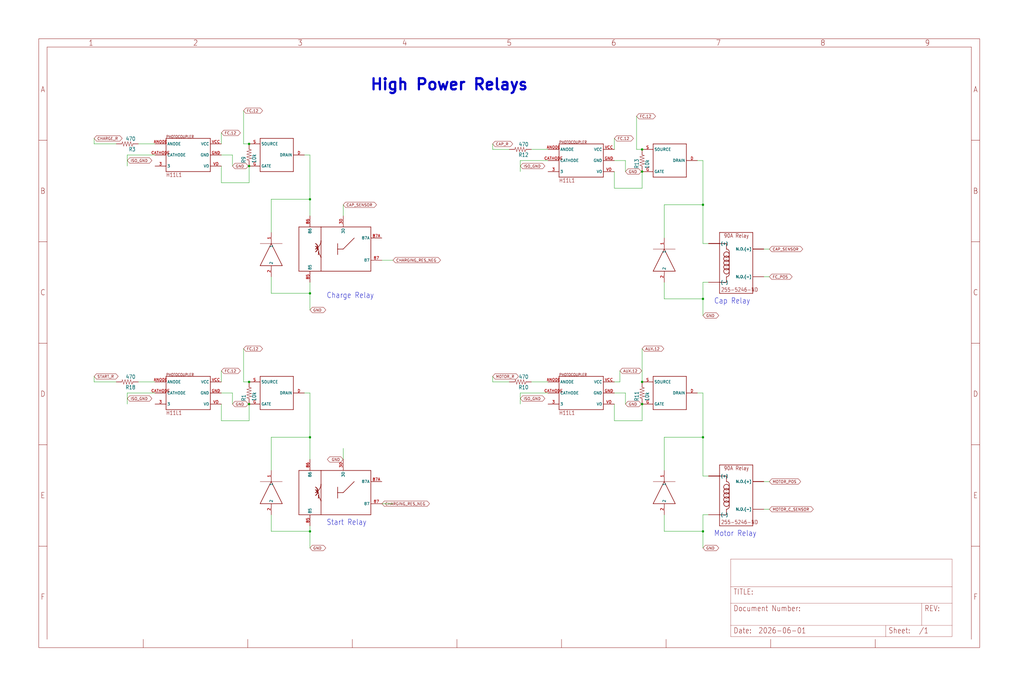
<source format=kicad_sch>
(kicad_sch (version 20230121) (generator eeschema)
  (paper "User" 469.9 317.5)
  (lib_symbols
    (symbol "Relay_Board_V3.6-eagle-import:255-5246-ND"
      (symbol "255-5246-ND_1_0"
        (arc (start -15.875 2.54) (mid -15.503 1.642) (end -14.605 1.27) (stroke (width 0.254)))
        (arc (start -15.875 4.445) (mid -15.503 3.547) (end -14.605 3.175) (stroke (width 0.254)))
        (arc (start -15.875 6.35) (mid -15.503 5.452) (end -14.605 5.08) (stroke (width 0.254)))
        (arc (start -15.875 8.255) (mid -15.503 7.357) (end -14.605 6.985) (stroke (width 0.254)))
        (arc (start -15.875 10.16) (mid -15.503 9.262) (end -14.605 8.89) (stroke (width 0.254)))
        (arc (start -14.605 0) (mid -13.707 0.372) (end -13.335 1.27) (stroke (width 0.254)))
        (arc (start -14.605 1.27) (mid -13.707 1.642) (end -13.335 2.54) (stroke (width 0.254)))
        (arc (start -14.605 3.175) (mid -13.707 3.547) (end -13.335 4.445) (stroke (width 0.254)))
        (arc (start -14.605 3.81) (mid -15.503 3.438) (end -15.875 2.54) (stroke (width 0.254)))
        (arc (start -14.605 5.08) (mid -13.707 5.452) (end -13.335 6.35) (stroke (width 0.254)))
        (arc (start -14.605 5.715) (mid -15.503 5.343) (end -15.875 4.445) (stroke (width 0.254)))
        (arc (start -14.605 6.985) (mid -13.707 7.357) (end -13.335 8.255) (stroke (width 0.254)))
        (arc (start -14.605 7.62) (mid -15.503 7.248) (end -15.875 6.35) (stroke (width 0.254)))
        (arc (start -14.605 8.89) (mid -13.707 9.262) (end -13.335 10.16) (stroke (width 0.254)))
        (arc (start -14.605 9.525) (mid -15.503 9.153) (end -15.875 8.255) (stroke (width 0.254)))
        (arc (start -14.605 11.43) (mid -15.503 11.058) (end -15.875 10.16) (stroke (width 0.254)))
        (arc (start -13.335 2.54) (mid -13.707 3.438) (end -14.605 3.81) (stroke (width 0.254)))
        (arc (start -13.335 4.445) (mid -13.707 5.343) (end -14.605 5.715) (stroke (width 0.254)))
        (arc (start -13.335 6.35) (mid -13.707 7.248) (end -14.605 7.62) (stroke (width 0.254)))
        (arc (start -13.335 8.255) (mid -13.707 9.153) (end -14.605 9.525) (stroke (width 0.254)))
        (arc (start -13.335 10.16) (mid -13.707 11.058) (end -14.605 11.43) (stroke (width 0.254)))
        (arc (start -13.335 11.43) (mid -13.707 12.328) (end -14.605 12.7) (stroke (width 0.254)))
        (polyline (pts (xy -17.78 -7.62) (xy -17.78 -2.54)) (stroke (width 0.254)))
        (polyline (pts (xy -17.78 -2.54) (xy -17.78 15.24)) (stroke (width 0.254)))
        (polyline (pts (xy -17.78 -2.54) (xy -14.605 -2.54)) (stroke (width 0.254)))
        (polyline (pts (xy -17.78 15.24) (xy -17.78 20.32)) (stroke (width 0.254)))
        (polyline (pts (xy -17.78 15.24) (xy -14.605 15.24)) (stroke (width 0.254)))
        (polyline (pts (xy -17.78 20.32) (xy -2.54 20.32)) (stroke (width 0.254)))
        (polyline (pts (xy -14.605 -2.54) (xy -14.605 0)) (stroke (width 0.254)))
        (polyline (pts (xy -14.605 15.24) (xy -14.605 12.7)) (stroke (width 0.254)))
        (polyline (pts (xy -13.335 1.27) (xy -13.335 2.54)) (stroke (width 0.254)))
        (polyline (pts (xy -13.335 2.54) (xy -13.335 4.445)) (stroke (width 0.254)))
        (polyline (pts (xy -13.335 4.445) (xy -13.335 6.35)) (stroke (width 0.254)))
        (polyline (pts (xy -13.335 6.35) (xy -13.335 8.255)) (stroke (width 0.254)))
        (polyline (pts (xy -13.335 8.255) (xy -13.335 10.16)) (stroke (width 0.254)))
        (polyline (pts (xy -13.335 10.16) (xy -13.335 11.43)) (stroke (width 0.254)))
        (polyline (pts (xy -2.54 -7.62) (xy -17.78 -7.62)) (stroke (width 0.254)))
        (polyline (pts (xy -2.54 20.32) (xy -2.54 -7.62)) (stroke (width 0.254)))
        (text "255-5246-ND" (at -17.145 -6.985 0) (effects (font (size 1.778 1.5113)) (justify left bottom)))
        (text "90A Relay" (at -15.875 17.78 0) (effects (font (size 1.778 1.5113)) (justify left bottom)))
        (pin bidirectional line (at -22.86 15.24 0) (length 5.08) (name "(+)") (number "(+)"))
        (pin bidirectional line (at -22.86 15.24 0) (length 5.08) (name "(+)") (number "(++)"))
        (pin bidirectional line (at -22.86 -2.54 0) (length 5.08) (name "(-)") (number "(-)"))
        (pin bidirectional line (at -22.86 -2.54 0) (length 5.08) (name "(-)") (number "(--)"))
        (pin bidirectional line (at 2.54 12.7 180) (length 5.08) (name "N.O.(+)") (number "NO(+)"))
        (pin bidirectional line (at 2.54 12.7 180) (length 5.08) (name "N.O.(+)") (number "NO(++)"))
        (pin bidirectional line (at 2.54 0 180) (length 5.08) (name "N.O.(-)") (number "NO(-)"))
        (pin bidirectional line (at 2.54 0 180) (length 5.08) (name "N.O.(-)") (number "NO(--)"))
      )
    )
    (symbol "Relay_Board_V3.6-eagle-import:DMP3056L-7DMP3056L-7"
      (symbol "DMP3056L-7DMP3056L-7_1_0"
        (polyline (pts (xy -7.62 -7.62) (xy 7.62 -7.62)) (stroke (width 0.254)))
        (polyline (pts (xy -7.62 7.62) (xy -7.62 -7.62)) (stroke (width 0.254)))
        (polyline (pts (xy 7.62 -7.62) (xy 7.62 7.62)) (stroke (width 0.254)))
        (polyline (pts (xy 7.62 7.62) (xy -7.62 7.62)) (stroke (width 0.254)))
        (pin bidirectional line (at -12.7 0 0) (length 5.08) (name "DRAIN") (number "D"))
        (pin bidirectional line (at 12.7 5.08 180) (length 5.08) (name "GATE") (number "G"))
        (pin bidirectional line (at 12.7 -5.08 180) (length 5.08) (name "SOURCE") (number "S"))
      )
    )
    (symbol "Relay_Board_V3.6-eagle-import:FRAME_B_L"
      (symbol "FRAME_B_L_1_0"
        (polyline (pts (xy 0 46.5667) (xy 3.81 46.5667)))
        (polyline (pts (xy 0 93.1333) (xy 3.81 93.1333)))
        (polyline (pts (xy 0 139.7) (xy 3.81 139.7)))
        (polyline (pts (xy 0 186.2667) (xy 3.81 186.2667)))
        (polyline (pts (xy 0 232.8333) (xy 3.81 232.8333)))
        (polyline (pts (xy 3.81 3.81) (xy 3.81 275.59)))
        (polyline (pts (xy 47.9778 0) (xy 47.9778 3.81)))
        (polyline (pts (xy 95.9556 0) (xy 95.9556 3.81)))
        (polyline (pts (xy 143.9333 0) (xy 143.9333 3.81)))
        (polyline (pts (xy 191.9111 0) (xy 191.9111 3.81)))
        (polyline (pts (xy 239.8889 0) (xy 239.8889 3.81)))
        (polyline (pts (xy 287.8667 0) (xy 287.8667 3.81)))
        (polyline (pts (xy 335.8444 0) (xy 335.8444 3.81)))
        (polyline (pts (xy 383.8222 0) (xy 383.8222 3.81)))
        (polyline (pts (xy 427.99 3.81) (xy 427.99 275.59)))
        (polyline (pts (xy 427.99 46.5667) (xy 431.8 46.5667)))
        (polyline (pts (xy 427.99 93.1333) (xy 431.8 93.1333)))
        (polyline (pts (xy 427.99 139.7) (xy 431.8 139.7)))
        (polyline (pts (xy 427.99 186.2667) (xy 431.8 186.2667)))
        (polyline (pts (xy 427.99 232.8333) (xy 431.8 232.8333)))
        (polyline (pts (xy 427.99 275.59) (xy 3.81 275.59)))
        (polyline (pts (xy 0 0) (xy 431.8 0) (xy 431.8 279.4) (xy 0 279.4) (xy 0 0)))
        (text "1" (at 23.9889 277.495 0) (effects (font (size 2.54 2.286))))
        (text "2" (at 71.9667 277.495 0) (effects (font (size 2.54 2.286))))
        (text "3" (at 119.9444 277.495 0) (effects (font (size 2.54 2.286))))
        (text "4" (at 167.9222 277.495 0) (effects (font (size 2.54 2.286))))
        (text "5" (at 215.9 277.495 0) (effects (font (size 2.54 2.286))))
        (text "6" (at 263.8778 277.495 0) (effects (font (size 2.54 2.286))))
        (text "7" (at 311.8556 277.495 0) (effects (font (size 2.54 2.286))))
        (text "8" (at 359.8333 277.495 0) (effects (font (size 2.54 2.286))))
        (text "9" (at 407.8111 277.495 0) (effects (font (size 2.54 2.286))))
        (text "A" (at 1.905 256.1167 0) (effects (font (size 2.54 2.286))))
        (text "A" (at 429.895 256.1167 0) (effects (font (size 2.54 2.286))))
        (text "B" (at 1.905 209.55 0) (effects (font (size 2.54 2.286))))
        (text "B" (at 429.895 209.55 0) (effects (font (size 2.54 2.286))))
        (text "C" (at 1.905 162.9833 0) (effects (font (size 2.54 2.286))))
        (text "C" (at 429.895 162.9833 0) (effects (font (size 2.54 2.286))))
        (text "D" (at 1.905 116.4167 0) (effects (font (size 2.54 2.286))))
        (text "D" (at 429.895 116.4167 0) (effects (font (size 2.54 2.286))))
        (text "E" (at 1.905 69.85 0) (effects (font (size 2.54 2.286))))
        (text "E" (at 429.895 69.85 0) (effects (font (size 2.54 2.286))))
        (text "F" (at 1.905 23.2833 0) (effects (font (size 2.54 2.286))))
        (text "F" (at 429.895 23.2833 0) (effects (font (size 2.54 2.286))))
      )
      (symbol "FRAME_B_L_2_0"
        (polyline (pts (xy 0 0) (xy 0 5.08)) (stroke (width 0.1016)))
        (polyline (pts (xy 0 0) (xy 71.12 0)) (stroke (width 0.1016)))
        (polyline (pts (xy 0 5.08) (xy 0 15.24)) (stroke (width 0.1016)))
        (polyline (pts (xy 0 5.08) (xy 71.12 5.08)) (stroke (width 0.1016)))
        (polyline (pts (xy 0 15.24) (xy 0 22.86)) (stroke (width 0.1016)))
        (polyline (pts (xy 0 22.86) (xy 0 35.56)) (stroke (width 0.1016)))
        (polyline (pts (xy 0 22.86) (xy 101.6 22.86)) (stroke (width 0.1016)))
        (polyline (pts (xy 71.12 0) (xy 101.6 0)) (stroke (width 0.1016)))
        (polyline (pts (xy 71.12 5.08) (xy 71.12 0)) (stroke (width 0.1016)))
        (polyline (pts (xy 71.12 5.08) (xy 87.63 5.08)) (stroke (width 0.1016)))
        (polyline (pts (xy 87.63 5.08) (xy 101.6 5.08)) (stroke (width 0.1016)))
        (polyline (pts (xy 87.63 15.24) (xy 0 15.24)) (stroke (width 0.1016)))
        (polyline (pts (xy 87.63 15.24) (xy 87.63 5.08)) (stroke (width 0.1016)))
        (polyline (pts (xy 101.6 5.08) (xy 101.6 0)) (stroke (width 0.1016)))
        (polyline (pts (xy 101.6 15.24) (xy 87.63 15.24)) (stroke (width 0.1016)))
        (polyline (pts (xy 101.6 15.24) (xy 101.6 5.08)) (stroke (width 0.1016)))
        (polyline (pts (xy 101.6 22.86) (xy 101.6 15.24)) (stroke (width 0.1016)))
        (polyline (pts (xy 101.6 35.56) (xy 0 35.56)) (stroke (width 0.1016)))
        (polyline (pts (xy 101.6 35.56) (xy 101.6 22.86)) (stroke (width 0.1016)))
        (text "${#}/${##}" (at 86.36 1.27 0) (effects (font (size 2.54 2.159)) (justify left bottom)))
        (text "${CURRENT_DATE}" (at 12.7 1.27 0) (effects (font (size 2.54 2.159)) (justify left bottom)))
        (text "${PROJECTNAME}" (at 17.78 19.05 0) (effects (font (size 2.54 2.159)) (justify left bottom)))
        (text "Date:" (at 1.27 1.27 0) (effects (font (size 2.54 2.159)) (justify left bottom)))
        (text "Document Number:" (at 1.27 11.43 0) (effects (font (size 2.54 2.159)) (justify left bottom)))
        (text "REV:" (at 88.9 11.43 0) (effects (font (size 2.54 2.159)) (justify left bottom)))
        (text "Sheet:" (at 72.39 1.27 0) (effects (font (size 2.54 2.159)) (justify left bottom)))
        (text "TITLE:" (at 1.27 19.05 0) (effects (font (size 2.54 2.159)) (justify left bottom)))
      )
    )
    (symbol "Relay_Board_V3.6-eagle-import:H11L1H11L1"
      (symbol "H11L1H11L1_1_0"
        (polyline (pts (xy -10.16 -7.62) (xy 10.16 -7.62)) (stroke (width 0.254)))
        (polyline (pts (xy -10.16 7.62) (xy -10.16 -7.62)) (stroke (width 0.254)))
        (polyline (pts (xy 10.16 -7.62) (xy 10.16 7.62)) (stroke (width 0.254)))
        (polyline (pts (xy 10.16 7.62) (xy -10.16 7.62)) (stroke (width 0.254)))
        (text "H11L1" (at -10.16 -10.16 0) (effects (font (size 1.778 1.5113)) (justify left bottom)))
        (text "PHOTOCOUPLER" (at -10.16 7.62 0) (effects (font (size 1.27 1.0795)) (justify left bottom)))
        (pin bidirectional line (at -15.24 -5.08 0) (length 5.08) (name "3") (number "3"))
        (pin bidirectional line (at -15.24 5.08 0) (length 5.08) (name "ANODE") (number "ANODE"))
        (pin bidirectional line (at -15.24 0 0) (length 5.08) (name "CATHODE") (number "CATHODE"))
        (pin bidirectional line (at 15.24 0 180) (length 5.08) (name "GND") (number "GND"))
        (pin bidirectional line (at 15.24 5.08 180) (length 5.08) (name "VCC") (number "VCC"))
        (pin bidirectional line (at 15.24 -5.08 180) (length 5.08) (name "VO") (number "VO"))
      )
    )
    (symbol "Relay_Board_V3.6-eagle-import:MUR420RLG"
      (symbol "MUR420RLG_1_0"
        (polyline (pts (xy 7.62 0) (xy 7.62 -5.08)) (stroke (width 0.1524)))
        (polyline (pts (xy 7.62 0) (xy 17.78 -5.08)) (stroke (width 0.254)))
        (polyline (pts (xy 7.62 5.08) (xy 7.62 0)) (stroke (width 0.1524)))
        (polyline (pts (xy 17.78 -5.08) (xy 17.78 5.08)) (stroke (width 0.254)))
        (polyline (pts (xy 17.78 5.08) (xy 7.62 0)) (stroke (width 0.254)))
        (pin passive line (at 2.54 0 0) (length 5.08) (name "1") (number "1"))
        (pin passive line (at 22.86 0 180) (length 5.08) (name "2") (number "2"))
      )
    )
    (symbol "Relay_Board_V3.6-eagle-import:RESISTOR0603-RES"
      (property "Reference" "R" (at -3.81 1.4986 0))
      (symbol "RESISTOR0603-RES_1_0"
        (polyline (pts (xy -2.54 0) (xy -2.159 1.016)) (stroke (width 0.1524)))
        (polyline (pts (xy -2.159 1.016) (xy -1.524 -1.016)) (stroke (width 0.1524)))
        (polyline (pts (xy -1.524 -1.016) (xy -0.889 1.016)) (stroke (width 0.1524)))
        (polyline (pts (xy -0.889 1.016) (xy -0.254 -1.016)) (stroke (width 0.1524)))
        (polyline (pts (xy -0.254 -1.016) (xy 0.381 1.016)) (stroke (width 0.1524)))
        (polyline (pts (xy 0.381 1.016) (xy 1.016 -1.016)) (stroke (width 0.1524)))
        (polyline (pts (xy 1.016 -1.016) (xy 1.651 1.016)) (stroke (width 0.1524)))
        (polyline (pts (xy 1.651 1.016) (xy 2.286 -1.016)) (stroke (width 0.1524)))
        (polyline (pts (xy 2.286 -1.016) (xy 2.54 0)) (stroke (width 0.1524)))
        (pin passive line (at -5.08 0 0) (length 2.54) (name "1") (number "1"))
        (pin passive line (at 5.08 0 180) (length 2.54) (name "2") (number "2"))
      )
    )
    (symbol "Relay_Board_V3.6-eagle-import:VCF4-1000"
      (symbol "VCF4-1000_1_0"
        (polyline (pts (xy -5.08 -5.08) (xy -5.08 15.24)) (stroke (width 0.254)))
        (polyline (pts (xy 5.08 -5.08) (xy -5.08 -5.08)) (stroke (width 0.254)))
        (polyline (pts (xy 5.08 -5.08) (xy 27.94 -5.08)) (stroke (width 0.254)))
        (polyline (pts (xy 5.08 1.27) (xy 3.81 3.81)) (stroke (width 0.254)))
        (polyline (pts (xy 5.08 1.27) (xy 5.08 -5.08)) (stroke (width 0.254)))
        (polyline (pts (xy 5.08 8.89) (xy 5.08 1.27)) (stroke (width 0.254)))
        (polyline (pts (xy 5.08 15.24) (xy -5.08 15.24)) (stroke (width 0.254)))
        (polyline (pts (xy 5.08 15.24) (xy 5.08 8.89)) (stroke (width 0.254)))
        (polyline (pts (xy 12.7 2.54) (xy 12.7 5.08)) (stroke (width 0.254)))
        (polyline (pts (xy 12.7 5.08) (xy 15.24 5.08)) (stroke (width 0.254)))
        (polyline (pts (xy 12.7 7.62) (xy 12.7 5.08)) (stroke (width 0.254)))
        (polyline (pts (xy 15.24 5.08) (xy 20.32 10.16)) (stroke (width 0.254)))
        (polyline (pts (xy 27.94 -5.08) (xy 27.94 15.24)) (stroke (width 0.254)))
        (polyline (pts (xy 27.94 15.24) (xy 5.08 15.24)) (stroke (width 0.254)))
        (arc (start 2.54 3.81) (mid 3.3249 5.08) (end 2.54 6.35) (stroke (width 0.254)))
        (arc (start 2.54 3.81) (mid 3.7174 5.715) (end 2.54 7.62) (stroke (width 0.254)))
        (arc (start 2.54 5.08) (mid 3.3249 6.35) (end 2.54 7.62) (stroke (width 0.254)))
        (arc (start 2.54 5.08) (mid 4.3158 6.6477) (end 5.0799 8.89) (stroke (width 0.254)))
        (arc (start 3.81 2.54) (mid 3.964 4.7081) (end 2.5399 6.3501) (stroke (width 0.254)))
        (arc (start 3.81 2.5399) (mid 3.9599 3.1749) (end 3.81 3.81) (stroke (width 0.254)))
        (pin bidirectional line (at 15.24 20.32 270) (length 5.08) (name "30") (number "30"))
        (pin bidirectional line (at 0 -10.16 90) (length 5.08) (name "85") (number "85"))
        (pin bidirectional line (at 0 20.32 270) (length 5.08) (name "86") (number "86"))
        (pin bidirectional line (at 33.02 0 180) (length 5.08) (name "87") (number "87"))
        (pin bidirectional line (at 33.02 10.16 180) (length 5.08) (name "87A") (number "87A"))
      )
    )
  )
  (junction (at 114.3 185.42))
  (junction (at 142.24 134.62))
  (junction (at 114.3 66.04))
  (junction (at 142.24 200.66))
  (junction (at 322.58 243.84))
  (junction (at 322.58 93.98))
  (junction (at 322.58 200.66))
  (junction (at 322.58 137.16))
  (junction (at 142.24 243.84))
  (junction (at 114.3 76.2))
  (junction (at 294.64 175.26))
  (junction (at 294.64 68.58))
  (junction (at 294.64 185.42))
  (junction (at 114.3 175.26))
  (junction (at 142.24 91.44))
  (junction (at 294.64 78.74))
  (wire (pts (xy 124.46 127) (xy 124.46 134.62)) (stroke (width 0.1524)))
  (wire (pts (xy 243.84 68.58) (xy 251.46 68.58)) (stroke (width 0.1524)))
  (wire (pts (xy 63.5 66.04) (xy 71.12 66.04)) (stroke (width 0.1524)))
  (wire (pts (xy 294.64 193.04) (xy 294.64 185.42)) (stroke (width 0.1524)))
  (wire (pts (xy 111.76 175.26) (xy 111.76 160.02)) (stroke (width 0.1524)))
  (wire (pts (xy 124.46 91.44) (xy 142.24 91.44)) (stroke (width 0.1524)))
  (wire (pts (xy 142.24 180.34) (xy 142.24 200.66)) (stroke (width 0.1524)))
  (wire (pts (xy 124.46 106.68) (xy 124.46 91.44)) (stroke (width 0.1524)))
  (wire (pts (xy 58.42 71.12) (xy 58.42 76.2)) (stroke (width 0.1524)))
  (wire (pts (xy 43.18 175.26) (xy 43.18 172.72)) (stroke (width 0.1524)))
  (wire (pts (xy 157.48 210.82) (xy 157.48 205.74)) (stroke (width 0.1524)))
  (wire (pts (xy 325.12 129.54) (xy 322.58 129.54)) (stroke (width 0.1524)))
  (wire (pts (xy 101.6 66.04) (xy 101.6 60.96)) (stroke (width 0.1524)))
  (wire (pts (xy 281.94 185.42) (xy 281.94 193.04)) (stroke (width 0.1524)))
  (wire (pts (xy 304.8 236.22) (xy 304.8 243.84)) (stroke (width 0.1524)))
  (wire (pts (xy 139.7 180.34) (xy 142.24 180.34)) (stroke (width 0.1524)))
  (wire (pts (xy 101.6 175.26) (xy 101.6 170.18)) (stroke (width 0.1524)))
  (wire (pts (xy 281.94 78.74) (xy 281.94 86.36)) (stroke (width 0.1524)))
  (wire (pts (xy 101.6 76.2) (xy 101.6 83.82)) (stroke (width 0.1524)))
  (wire (pts (xy 142.24 134.62) (xy 142.24 142.24)) (stroke (width 0.1524)))
  (wire (pts (xy 304.8 243.84) (xy 322.58 243.84)) (stroke (width 0.1524)))
  (wire (pts (xy 294.64 86.36) (xy 294.64 78.74)) (stroke (width 0.1524)))
  (wire (pts (xy 142.24 200.66) (xy 142.24 210.82)) (stroke (width 0.1524)))
  (wire (pts (xy 281.94 193.04) (xy 294.64 193.04)) (stroke (width 0.1524)))
  (wire (pts (xy 175.26 231.14) (xy 180.34 231.14)) (stroke (width 0.1524)))
  (wire (pts (xy 71.12 71.12) (xy 58.42 71.12)) (stroke (width 0.1524)))
  (wire (pts (xy 287.02 73.66) (xy 287.02 78.74)) (stroke (width 0.1524)))
  (wire (pts (xy 124.46 236.22) (xy 124.46 243.84)) (stroke (width 0.1524)))
  (wire (pts (xy 322.58 129.54) (xy 322.58 137.16)) (stroke (width 0.1524)))
  (wire (pts (xy 142.24 241.3) (xy 142.24 243.84)) (stroke (width 0.1524)))
  (wire (pts (xy 292.1 68.58) (xy 294.64 68.58)) (stroke (width 0.1524)))
  (wire (pts (xy 175.26 119.38) (xy 180.34 119.38)) (stroke (width 0.1524)))
  (wire (pts (xy 281.94 180.34) (xy 287.02 180.34)) (stroke (width 0.1524)))
  (wire (pts (xy 101.6 185.42) (xy 101.6 193.04)) (stroke (width 0.1524)))
  (wire (pts (xy 142.24 129.54) (xy 142.24 134.62)) (stroke (width 0.1524)))
  (wire (pts (xy 58.42 180.34) (xy 58.42 185.42)) (stroke (width 0.1524)))
  (wire (pts (xy 281.94 86.36) (xy 294.64 86.36)) (stroke (width 0.1524)))
  (wire (pts (xy 233.68 175.26) (xy 226.06 175.26)) (stroke (width 0.1524)))
  (wire (pts (xy 226.06 175.26) (xy 226.06 172.72)) (stroke (width 0.1524)))
  (wire (pts (xy 43.18 66.04) (xy 43.18 63.5)) (stroke (width 0.1524)))
  (wire (pts (xy 304.8 109.22) (xy 304.8 93.98)) (stroke (width 0.1524)))
  (wire (pts (xy 322.58 137.16) (xy 322.58 144.78)) (stroke (width 0.1524)))
  (wire (pts (xy 322.58 236.22) (xy 322.58 243.84)) (stroke (width 0.1524)))
  (wire (pts (xy 350.52 127) (xy 353.06 127)) (stroke (width 0.1524)))
  (wire (pts (xy 142.24 91.44) (xy 142.24 99.06)) (stroke (width 0.1524)))
  (wire (pts (xy 281.94 68.58) (xy 281.94 63.5)) (stroke (width 0.1524)))
  (wire (pts (xy 304.8 93.98) (xy 322.58 93.98)) (stroke (width 0.1524)))
  (wire (pts (xy 124.46 243.84) (xy 142.24 243.84)) (stroke (width 0.1524)))
  (wire (pts (xy 304.8 200.66) (xy 322.58 200.66)) (stroke (width 0.1524)))
  (wire (pts (xy 325.12 111.76) (xy 322.58 111.76)) (stroke (width 0.1524)))
  (wire (pts (xy 238.76 180.34) (xy 238.76 185.42)) (stroke (width 0.1524)))
  (wire (pts (xy 322.58 243.84) (xy 322.58 251.46)) (stroke (width 0.1524)))
  (wire (pts (xy 322.58 73.66) (xy 322.58 93.98)) (stroke (width 0.1524)))
  (wire (pts (xy 243.84 175.26) (xy 251.46 175.26)) (stroke (width 0.1524)))
  (wire (pts (xy 284.48 175.26) (xy 284.48 170.18)) (stroke (width 0.1524)))
  (wire (pts (xy 53.34 175.26) (xy 43.18 175.26)) (stroke (width 0.1524)))
  (wire (pts (xy 101.6 83.82) (xy 114.3 83.82)) (stroke (width 0.1524)))
  (wire (pts (xy 322.58 93.98) (xy 322.58 111.76)) (stroke (width 0.1524)))
  (wire (pts (xy 226.06 68.58) (xy 226.06 66.04)) (stroke (width 0.1524)))
  (wire (pts (xy 114.3 83.82) (xy 114.3 76.2)) (stroke (width 0.1524)))
  (wire (pts (xy 325.12 236.22) (xy 322.58 236.22)) (stroke (width 0.1524)))
  (wire (pts (xy 304.8 215.9) (xy 304.8 200.66)) (stroke (width 0.1524)))
  (wire (pts (xy 294.64 175.26) (xy 294.64 160.02)) (stroke (width 0.1524)))
  (wire (pts (xy 320.04 73.66) (xy 322.58 73.66)) (stroke (width 0.1524)))
  (wire (pts (xy 350.52 220.98) (xy 353.06 220.98)) (stroke (width 0.1524)))
  (wire (pts (xy 142.24 243.84) (xy 142.24 251.46)) (stroke (width 0.1524)))
  (wire (pts (xy 111.76 66.04) (xy 111.76 50.8)) (stroke (width 0.1524)))
  (wire (pts (xy 101.6 71.12) (xy 106.68 71.12)) (stroke (width 0.1524)))
  (wire (pts (xy 281.94 175.26) (xy 284.48 175.26)) (stroke (width 0.1524)))
  (wire (pts (xy 114.3 193.04) (xy 114.3 185.42)) (stroke (width 0.1524)))
  (wire (pts (xy 157.48 99.06) (xy 157.48 93.98)) (stroke (width 0.1524)))
  (wire (pts (xy 238.76 73.66) (xy 238.76 78.74)) (stroke (width 0.1524)))
  (wire (pts (xy 320.04 180.34) (xy 322.58 180.34)) (stroke (width 0.1524)))
  (wire (pts (xy 281.94 73.66) (xy 287.02 73.66)) (stroke (width 0.1524)))
  (wire (pts (xy 304.8 129.54) (xy 304.8 137.16)) (stroke (width 0.1524)))
  (wire (pts (xy 124.46 215.9) (xy 124.46 200.66)) (stroke (width 0.1524)))
  (wire (pts (xy 233.68 68.58) (xy 226.06 68.58)) (stroke (width 0.1524)))
  (wire (pts (xy 53.34 66.04) (xy 43.18 66.04)) (stroke (width 0.1524)))
  (wire (pts (xy 71.12 180.34) (xy 58.42 180.34)) (stroke (width 0.1524)))
  (wire (pts (xy 124.46 200.66) (xy 142.24 200.66)) (stroke (width 0.1524)))
  (wire (pts (xy 142.24 71.12) (xy 142.24 91.44)) (stroke (width 0.1524)))
  (wire (pts (xy 251.46 73.66) (xy 238.76 73.66)) (stroke (width 0.1524)))
  (wire (pts (xy 292.1 68.58) (xy 292.1 53.34)) (stroke (width 0.1524)))
  (wire (pts (xy 101.6 180.34) (xy 106.68 180.34)) (stroke (width 0.1524)))
  (wire (pts (xy 350.52 233.68) (xy 353.06 233.68)) (stroke (width 0.1524)))
  (wire (pts (xy 101.6 193.04) (xy 114.3 193.04)) (stroke (width 0.1524)))
  (wire (pts (xy 304.8 137.16) (xy 322.58 137.16)) (stroke (width 0.1524)))
  (wire (pts (xy 350.52 114.3) (xy 353.06 114.3)) (stroke (width 0.1524)))
  (wire (pts (xy 251.46 180.34) (xy 238.76 180.34)) (stroke (width 0.1524)))
  (wire (pts (xy 111.76 175.26) (xy 114.3 175.26)) (stroke (width 0.1524)))
  (wire (pts (xy 106.68 71.12) (xy 106.68 76.2)) (stroke (width 0.1524)))
  (wire (pts (xy 111.76 66.04) (xy 114.3 66.04)) (stroke (width 0.1524)))
  (wire (pts (xy 106.68 180.34) (xy 106.68 185.42)) (stroke (width 0.1524)))
  (wire (pts (xy 63.5 175.26) (xy 71.12 175.26)) (stroke (width 0.1524)))
  (wire (pts (xy 325.12 218.44) (xy 322.58 218.44)) (stroke (width 0.1524)))
  (wire (pts (xy 139.7 71.12) (xy 142.24 71.12)) (stroke (width 0.1524)))
  (wire (pts (xy 287.02 180.34) (xy 287.02 185.42)) (stroke (width 0.1524)))
  (wire (pts (xy 322.58 180.34) (xy 322.58 200.66)) (stroke (width 0.1524)))
  (wire (pts (xy 322.58 200.66) (xy 322.58 218.44)) (stroke (width 0.1524)))
  (wire (pts (xy 124.46 134.62) (xy 142.24 134.62)) (stroke (width 0.1524)))
  (text "Start Relay" (at 149.86 241.3 0) (effects (font (size 2.54 2.159)) (justify left bottom)))
  (text "Cap Relay" (at 327.66 139.7 0) (effects (font (size 2.54 2.159)) (justify left bottom)))
  (text "High Power Relays" (at 169.545 41.91 0) (effects (font (size 5.08 5.08) (thickness 1.016) bold) (justify left bottom)))
  (text "Charge Relay" (at 149.86 137.16 0) (effects (font (size 2.54 2.159)) (justify left bottom)))
  (text "Motor Relay" (at 327.66 246.38 0) (effects (font (size 2.54 2.159)) (justify left bottom)))
  (global_label "FC.12" (shape bidirectional) (at 101.6 170.18 0) (effects (font (size 1.2446 1.2446))) (property "Intersheetrefs" "${INTERSHEET_REFS}" (effects hide)))
  (global_label "START_R" (shape bidirectional) (at 43.18 172.72 0) (effects (font (size 1.2446 1.2446))) (property "Intersheetrefs" "${INTERSHEET_REFS}" (effects hide)))
  (global_label "GND" (shape bidirectional) (at 157.48 210.82 180) (effects (font (size 1.2446 1.2446))) (property "Intersheetrefs" "${INTERSHEET_REFS}" (effects hide)))
  (global_label "CHARGING_RES_NEG" (shape bidirectional) (at 175.26 231.14 0) (effects (font (size 1.2446 1.2446))) (property "Intersheetrefs" "${INTERSHEET_REFS}" (effects hide)))
  (global_label "FC.12" (shape bidirectional) (at 111.76 160.02 0) (effects (font (size 1.2446 1.2446))) (property "Intersheetrefs" "${INTERSHEET_REFS}" (effects hide)))
  (global_label "CHARGING_RES_NEG" (shape bidirectional) (at 180.34 119.38 0) (effects (font (size 1.2446 1.2446))) (property "Intersheetrefs" "${INTERSHEET_REFS}" (effects hide)))
  (global_label "GND" (shape bidirectional) (at 106.68 76.2 0) (effects (font (size 1.2446 1.2446))) (property "Intersheetrefs" "${INTERSHEET_REFS}" (effects hide)))
  (global_label "GND" (shape bidirectional) (at 106.68 185.42 0) (effects (font (size 1.2446 1.2446))) (property "Intersheetrefs" "${INTERSHEET_REFS}" (effects hide)))
  (global_label "GND" (shape bidirectional) (at 287.02 78.74 0) (effects (font (size 1.2446 1.2446))) (property "Intersheetrefs" "${INTERSHEET_REFS}" (effects hide)))
  (global_label "CAP_R" (shape bidirectional) (at 226.06 66.04 0) (effects (font (size 1.2446 1.2446))) (property "Intersheetrefs" "${INTERSHEET_REFS}" (effects hide)))
  (global_label "GND" (shape bidirectional) (at 322.58 251.46 0) (effects (font (size 1.2446 1.2446))) (property "Intersheetrefs" "${INTERSHEET_REFS}" (effects hide)))
  (global_label "MOTOR_R" (shape bidirectional) (at 226.06 172.72 0) (effects (font (size 1.2446 1.2446))) (property "Intersheetrefs" "${INTERSHEET_REFS}" (effects hide)))
  (global_label "FC_POS" (shape bidirectional) (at 353.06 127 0) (effects (font (size 1.2446 1.2446))) (property "Intersheetrefs" "${INTERSHEET_REFS}" (effects hide)))
  (global_label "CAP_SENSOR" (shape bidirectional) (at 157.48 93.98 0) (effects (font (size 1.2446 1.2446))) (property "Intersheetrefs" "${INTERSHEET_REFS}" (effects hide)))
  (global_label "GND" (shape bidirectional) (at 322.58 144.78 0) (effects (font (size 1.2446 1.2446))) (property "Intersheetrefs" "${INTERSHEET_REFS}" (effects hide)))
  (global_label "ISO_GND" (shape bidirectional) (at 238.76 182.88 0) (effects (font (size 1.2446 1.2446))) (property "Intersheetrefs" "${INTERSHEET_REFS}" (effects hide)))
  (global_label "FC.12" (shape bidirectional) (at 281.94 63.5 0) (effects (font (size 1.2446 1.2446))) (property "Intersheetrefs" "${INTERSHEET_REFS}" (effects hide)))
  (global_label "FC.12" (shape bidirectional) (at 101.6 60.96 0) (effects (font (size 1.2446 1.2446))) (property "Intersheetrefs" "${INTERSHEET_REFS}" (effects hide)))
  (global_label "FC.12" (shape bidirectional) (at 111.76 50.8 0) (effects (font (size 1.2446 1.2446))) (property "Intersheetrefs" "${INTERSHEET_REFS}" (effects hide)))
  (global_label "MOTOR_POS" (shape bidirectional) (at 353.06 220.98 0) (effects (font (size 1.2446 1.2446))) (property "Intersheetrefs" "${INTERSHEET_REFS}" (effects hide)))
  (global_label "GND" (shape bidirectional) (at 142.24 142.24 0) (effects (font (size 1.2446 1.2446))) (property "Intersheetrefs" "${INTERSHEET_REFS}" (effects hide)))
  (global_label "ISO_GND" (shape bidirectional) (at 58.42 182.88 0) (effects (font (size 1.2446 1.2446))) (property "Intersheetrefs" "${INTERSHEET_REFS}" (effects hide)))
  (global_label "CAP_SENSOR" (shape bidirectional) (at 353.06 114.3 0) (effects (font (size 1.2446 1.2446))) (property "Intersheetrefs" "${INTERSHEET_REFS}" (effects hide)))
  (global_label "MOTOR_C_SENSOR" (shape bidirectional) (at 353.06 233.68 0) (effects (font (size 1.2446 1.2446))) (property "Intersheetrefs" "${INTERSHEET_REFS}" (effects hide)))
  (global_label "AUX.12" (shape bidirectional) (at 284.48 170.18 0) (effects (font (size 1.2446 1.2446))) (property "Intersheetrefs" "${INTERSHEET_REFS}" (effects hide)))
  (global_label "FC.12" (shape bidirectional) (at 292.1 53.34 0) (effects (font (size 1.2446 1.2446))) (property "Intersheetrefs" "${INTERSHEET_REFS}" (effects hide)))
  (global_label "GND" (shape bidirectional) (at 287.02 185.42 0) (effects (font (size 1.2446 1.2446))) (property "Intersheetrefs" "${INTERSHEET_REFS}" (effects hide)))
  (global_label "AUX.12" (shape bidirectional) (at 294.64 160.02 0) (effects (font (size 1.2446 1.2446))) (property "Intersheetrefs" "${INTERSHEET_REFS}" (effects hide)))
  (global_label "ISO_GND" (shape bidirectional) (at 238.76 76.2 0) (effects (font (size 1.2446 1.2446))) (property "Intersheetrefs" "${INTERSHEET_REFS}" (effects hide)))
  (global_label "CHARGE_R" (shape bidirectional) (at 43.18 63.5 0) (effects (font (size 1.2446 1.2446))) (property "Intersheetrefs" "${INTERSHEET_REFS}" (effects hide)))
  (global_label "GND" (shape bidirectional) (at 142.24 251.46 0) (effects (font (size 1.2446 1.2446))) (property "Intersheetrefs" "${INTERSHEET_REFS}" (effects hide)))
  (global_label "ISO_GND" (shape bidirectional) (at 58.42 73.66 0) (effects (font (size 1.2446 1.2446))) (property "Intersheetrefs" "${INTERSHEET_REFS}" (effects hide)))
  (symbol (lib_id "Relay_Board_V3.6-eagle-import:DMP3056L-7DMP3056L-7") (at 307.34 73.66 180) (unit 1)
    (property "Reference" "U$5" (effects hide))
    (property "Value" "DMP3056L-7DMP3056L-7" (effects hide))
    (property "Footprint" "Relay_Board_V3.6:DMP3056L-7" (effects hide))
  )
  (symbol (lib_id "Relay_Board_V3.6-eagle-import:RESISTOR0603-RES") (at 58.42 175.26 180) (unit 1)
    (property "Reference" "R18" (at 62.23 176.7586 0) (effects (font (size 1.778 1.5113)) (justify left bottom)))
    (property "Value" "470" (at 62.23 171.958 0) (effects (font (size 1.778 1.5113)) (justify left bottom)))
    (property "Footprint" "Relay_Board_V3.6:0603-RES" (effects hide))
  )
  (symbol (lib_id "Relay_Board_V3.6-eagle-import:H11L1H11L1") (at 266.7 180.34 0) (unit 1)
    (property "Reference" "U$4" (effects hide))
    (property "Value" "H11L1H11L1" (effects hide))
    (property "Footprint" "Relay_Board_V3.6:H11L1" (effects hide))
  )
  (symbol (lib_id "Relay_Board_V3.6-eagle-import:FRAME_B_L") (at 335.28 292.1 0) (unit 2)
    (property "Reference" "#FRAME2" (effects hide))
    (property "Value" "FRAME_B_L" (effects hide))
  )
  (symbol (lib_id "Relay_Board_V3.6-eagle-import:RESISTOR0603-RES") (at 294.64 73.66 90) (unit 1)
    (property "Reference" "R13" (at 293.1414 77.47 0) (effects (font (size 1.778 1.5113)) (justify left bottom)))
    (property "Value" "10k" (at 297.942 77.47 0) (effects (font (size 1.778 1.5113)) (justify left bottom)))
    (property "Footprint" "Relay_Board_V3.6:0603-RES" (effects hide))
  )
  (symbol (lib_id "Relay_Board_V3.6-eagle-import:RESISTOR0603-RES") (at 294.64 180.34 90) (unit 1)
    (property "Reference" "R11" (at 293.1414 184.15 0) (effects (font (size 1.778 1.5113)) (justify left bottom)))
    (property "Value" "10k" (at 297.942 184.15 0) (effects (font (size 1.778 1.5113)) (justify left bottom)))
    (property "Footprint" "Relay_Board_V3.6:0603-RES" (effects hide))
  )
  (symbol (lib_id "Relay_Board_V3.6-eagle-import:DMP3056L-7DMP3056L-7") (at 127 71.12 180) (unit 1)
    (property "Reference" "U$1" (effects hide))
    (property "Value" "DMP3056L-7DMP3056L-7" (effects hide))
    (property "Footprint" "Relay_Board_V3.6:DMP3056L-7" (effects hide))
  )
  (symbol (lib_id "Relay_Board_V3.6-eagle-import:H11L1H11L1") (at 266.7 73.66 0) (unit 1)
    (property "Reference" "U$6" (effects hide))
    (property "Value" "H11L1H11L1" (effects hide))
    (property "Footprint" "Relay_Board_V3.6:H11L1" (effects hide))
  )
  (symbol (lib_id "Relay_Board_V3.6-eagle-import:DMP3056L-7DMP3056L-7") (at 127 180.34 180) (unit 1)
    (property "Reference" "U$11" (effects hide))
    (property "Value" "DMP3056L-7DMP3056L-7" (effects hide))
    (property "Footprint" "Relay_Board_V3.6:DMP3056L-7" (effects hide))
  )
  (symbol (lib_id "Relay_Board_V3.6-eagle-import:VCF4-1000") (at 142.24 119.38 0) (unit 1)
    (property "Reference" "START.RELAY2" (effects hide))
    (property "Value" "VCF4-1000" (effects hide))
    (property "Footprint" "Relay_Board_V3.6:VCF4-1000" (effects hide))
  )
  (symbol (lib_id "Relay_Board_V3.6-eagle-import:255-5246-ND") (at 347.98 233.68 0) (unit 1)
    (property "Reference" "U$14" (effects hide))
    (property "Value" "255-5246-ND" (effects hide))
    (property "Footprint" "Relay_Board_V3.6:255-5246-ND" (effects hide))
  )
  (symbol (lib_id "Relay_Board_V3.6-eagle-import:RESISTOR0603-RES") (at 114.3 71.12 90) (unit 1)
    (property "Reference" "R9" (at 112.8014 74.93 0) (effects (font (size 1.778 1.5113)) (justify left bottom)))
    (property "Value" "10k" (at 117.602 74.93 0) (effects (font (size 1.778 1.5113)) (justify left bottom)))
    (property "Footprint" "Relay_Board_V3.6:0603-RES" (effects hide))
  )
  (symbol (lib_id "Relay_Board_V3.6-eagle-import:FRAME_B_L") (at 17.78 297.18 0) (unit 1)
    (property "Reference" "#FRAME2" (effects hide))
    (property "Value" "FRAME_B_L" (effects hide))
  )
  (symbol (lib_id "Relay_Board_V3.6-eagle-import:MUR420RLG") (at 124.46 213.36 270) (unit 1)
    (property "Reference" "CR1" (effects hide))
    (property "Value" "MUR420RLG" (effects hide))
    (property "Footprint" "Relay_Board_V3.6:DO-201AD" (effects hide))
  )
  (symbol (lib_id "Relay_Board_V3.6-eagle-import:DMP3056L-7DMP3056L-7") (at 307.34 180.34 180) (unit 1)
    (property "Reference" "U$3" (effects hide))
    (property "Value" "DMP3056L-7DMP3056L-7" (effects hide))
    (property "Footprint" "Relay_Board_V3.6:DMP3056L-7" (effects hide))
  )
  (symbol (lib_id "Relay_Board_V3.6-eagle-import:RESISTOR0603-RES") (at 114.3 180.34 90) (unit 1)
    (property "Reference" "R1" (at 112.8014 184.15 0) (effects (font (size 1.778 1.5113)) (justify left bottom)))
    (property "Value" "10k" (at 117.602 184.15 0) (effects (font (size 1.778 1.5113)) (justify left bottom)))
    (property "Footprint" "Relay_Board_V3.6:0603-RES" (effects hide))
  )
  (symbol (lib_id "Relay_Board_V3.6-eagle-import:255-5246-ND") (at 347.98 127 0) (unit 1)
    (property "Reference" "U$13" (effects hide))
    (property "Value" "255-5246-ND" (effects hide))
    (property "Footprint" "Relay_Board_V3.6:255-5246-ND" (effects hide))
  )
  (symbol (lib_id "Relay_Board_V3.6-eagle-import:H11L1H11L1") (at 86.36 71.12 0) (unit 1)
    (property "Reference" "U$2" (effects hide))
    (property "Value" "H11L1H11L1" (effects hide))
    (property "Footprint" "Relay_Board_V3.6:H11L1" (effects hide))
  )
  (symbol (lib_id "Relay_Board_V3.6-eagle-import:MUR420RLG") (at 124.46 104.14 270) (unit 1)
    (property "Reference" "CR2" (effects hide))
    (property "Value" "MUR420RLG" (effects hide))
    (property "Footprint" "Relay_Board_V3.6:DO-201AD" (effects hide))
  )
  (symbol (lib_id "Relay_Board_V3.6-eagle-import:RESISTOR0603-RES") (at 238.76 175.26 180) (unit 1)
    (property "Reference" "R10" (at 242.57 176.7586 0) (effects (font (size 1.778 1.5113)) (justify left bottom)))
    (property "Value" "470" (at 242.57 171.958 0) (effects (font (size 1.778 1.5113)) (justify left bottom)))
    (property "Footprint" "Relay_Board_V3.6:0603-RES" (effects hide))
  )
  (symbol (lib_id "Relay_Board_V3.6-eagle-import:VCF4-1000") (at 142.24 231.14 0) (unit 1)
    (property "Reference" "START.RELAY1" (effects hide))
    (property "Value" "VCF4-1000" (effects hide))
    (property "Footprint" "Relay_Board_V3.6:VCF4-1000" (effects hide))
  )
  (symbol (lib_id "Relay_Board_V3.6-eagle-import:MUR420RLG") (at 304.8 106.68 270) (unit 1)
    (property "Reference" "CR4" (effects hide))
    (property "Value" "MUR420RLG" (effects hide))
    (property "Footprint" "Relay_Board_V3.6:DO-201AD" (effects hide))
  )
  (symbol (lib_id "Relay_Board_V3.6-eagle-import:MUR420RLG") (at 304.8 213.36 270) (unit 1)
    (property "Reference" "CR3" (effects hide))
    (property "Value" "MUR420RLG" (effects hide))
    (property "Footprint" "Relay_Board_V3.6:DO-201AD" (effects hide))
  )
  (symbol (lib_id "Relay_Board_V3.6-eagle-import:RESISTOR0603-RES") (at 58.42 66.04 180) (unit 1)
    (property "Reference" "R3" (at 62.23 67.5386 0) (effects (font (size 1.778 1.5113)) (justify left bottom)))
    (property "Value" "470" (at 62.23 62.738 0) (effects (font (size 1.778 1.5113)) (justify left bottom)))
    (property "Footprint" "Relay_Board_V3.6:0603-RES" (effects hide))
  )
  (symbol (lib_id "Relay_Board_V3.6-eagle-import:H11L1H11L1") (at 86.36 180.34 0) (unit 1)
    (property "Reference" "U$12" (effects hide))
    (property "Value" "H11L1H11L1" (effects hide))
    (property "Footprint" "Relay_Board_V3.6:H11L1" (effects hide))
  )
  (symbol (lib_id "Relay_Board_V3.6-eagle-import:RESISTOR0603-RES") (at 238.76 68.58 180) (unit 1)
    (property "Reference" "R12" (at 242.57 70.0786 0) (effects (font (size 1.778 1.5113)) (justify left bottom)))
    (property "Value" "470" (at 242.57 65.278 0) (effects (font (size 1.778 1.5113)) (justify left bottom)))
    (property "Footprint" "Relay_Board_V3.6:0603-RES" (effects hide))
  )
)
</source>
